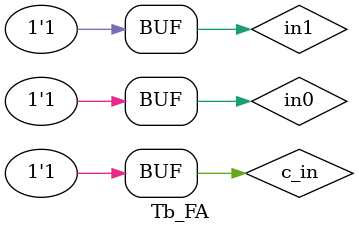
<source format=v>
`timescale 1ns / 1ps


module Tb_FA();
    reg c_in;
    reg in0;
    reg in1;
    
    wire [1:0]s;
    
    Full_Adder sim(.carry_out(s[1]), .sum(s[0]), .carry_in(c_in), .in0(in0), .in1(in1));
    
    initial
    begin
        c_in=0;
        in0=0;
        in1=0;
    end
    
    initial
    begin
        #100 c_in=0; in0=0; in1=1;
        #100 c_in=0; in0=1; in1=0;
        #100 c_in=0; in0=1; in1=1;
        #100 c_in=1; in0=0; in1=0;
        #100 c_in=1; in0=0; in1=1;
        #100 c_in=1; in0=1; in1=0;
        #100 c_in=1; in0=1; in1=1;
    end
endmodule

</source>
